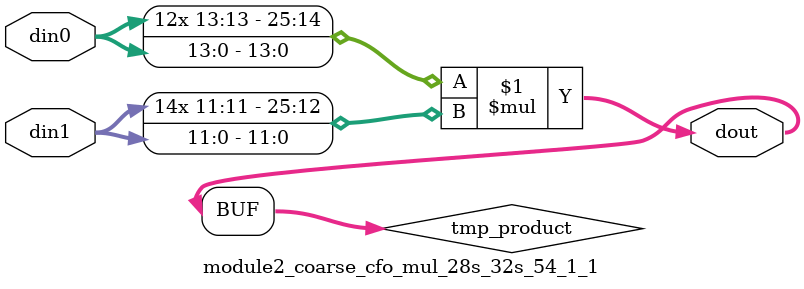
<source format=v>

`timescale 1 ns / 1 ps

 module module2_coarse_cfo_mul_28s_32s_54_1_1(din0, din1, dout);
parameter ID = 1;
parameter NUM_STAGE = 0;
parameter din0_WIDTH = 14;
parameter din1_WIDTH = 12;
parameter dout_WIDTH = 26;

input [din0_WIDTH - 1 : 0] din0; 
input [din1_WIDTH - 1 : 0] din1; 
output [dout_WIDTH - 1 : 0] dout;

wire signed [dout_WIDTH - 1 : 0] tmp_product;



























assign tmp_product = $signed(din0) * $signed(din1);








assign dout = tmp_product;





















endmodule

</source>
